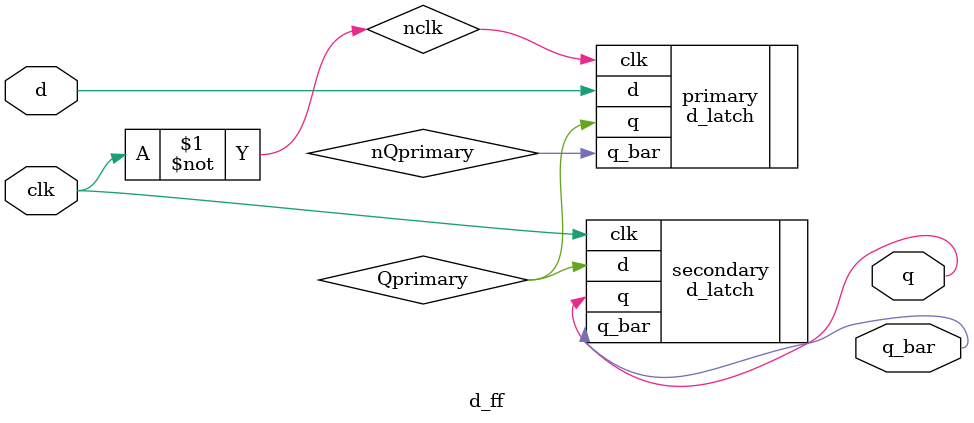
<source format=sv>
module d_ff(
    input logic d,
    input logic clk,
    output logic q,
    output logic q_bar
);

logic Qprimary, nclk, nQprimary;
not( nclk , clk);

d_latch primary(
    .d(d),
    .clk(nclk),
    .q(Qprimary),
    .q_bar(nQprimary)
);

d_latch secondary(
    .d(Qprimary),
    .clk(clk),
    .q(q),
    .q_bar(q_bar)
);

endmodule
</source>
